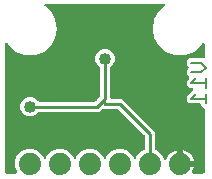
<source format=gbr>
G04 EAGLE Gerber RS-274X export*
G75*
%MOMM*%
%FSLAX34Y34*%
%LPD*%
%INBottom Copper*%
%IPPOS*%
%AMOC8*
5,1,8,0,0,1.08239X$1,22.5*%
G01*
%ADD10C,0.203200*%
%ADD11C,1.879600*%
%ADD12C,1.016000*%
%ADD13C,0.254000*%

G36*
X13549Y4325D02*
X13549Y4325D01*
X13599Y4323D01*
X13706Y4345D01*
X13815Y4359D01*
X13861Y4377D01*
X13910Y4387D01*
X14009Y4435D01*
X14111Y4476D01*
X14151Y4505D01*
X14196Y4527D01*
X14280Y4598D01*
X14368Y4662D01*
X14400Y4701D01*
X14438Y4733D01*
X14501Y4823D01*
X14571Y4907D01*
X14592Y4952D01*
X14621Y4993D01*
X14660Y5096D01*
X14707Y5195D01*
X14716Y5244D01*
X14734Y5290D01*
X14746Y5400D01*
X14767Y5507D01*
X14763Y5557D01*
X14769Y5606D01*
X14754Y5715D01*
X14747Y5825D01*
X14731Y5872D01*
X14725Y5921D01*
X14672Y6074D01*
X12953Y10224D01*
X12953Y15176D01*
X14848Y19750D01*
X18350Y23252D01*
X22924Y25147D01*
X27876Y25147D01*
X32450Y23252D01*
X35952Y19750D01*
X36927Y17395D01*
X36996Y17275D01*
X37061Y17152D01*
X37075Y17137D01*
X37085Y17119D01*
X37182Y17019D01*
X37275Y16916D01*
X37292Y16905D01*
X37306Y16891D01*
X37424Y16818D01*
X37541Y16742D01*
X37560Y16735D01*
X37577Y16724D01*
X37710Y16684D01*
X37842Y16638D01*
X37862Y16637D01*
X37881Y16631D01*
X38020Y16624D01*
X38159Y16613D01*
X38179Y16617D01*
X38199Y16616D01*
X38335Y16644D01*
X38472Y16668D01*
X38491Y16676D01*
X38510Y16680D01*
X38635Y16741D01*
X38762Y16798D01*
X38778Y16811D01*
X38796Y16820D01*
X38902Y16910D01*
X39010Y16997D01*
X39023Y17013D01*
X39038Y17026D01*
X39118Y17140D01*
X39202Y17251D01*
X39214Y17276D01*
X39221Y17286D01*
X39228Y17305D01*
X39273Y17395D01*
X40248Y19750D01*
X43750Y23252D01*
X48324Y25147D01*
X53276Y25147D01*
X57850Y23252D01*
X61352Y19750D01*
X62327Y17395D01*
X62396Y17275D01*
X62461Y17152D01*
X62475Y17137D01*
X62485Y17119D01*
X62582Y17019D01*
X62675Y16916D01*
X62692Y16905D01*
X62706Y16891D01*
X62824Y16818D01*
X62941Y16742D01*
X62960Y16735D01*
X62977Y16724D01*
X63110Y16684D01*
X63242Y16638D01*
X63262Y16637D01*
X63281Y16631D01*
X63420Y16624D01*
X63559Y16613D01*
X63579Y16617D01*
X63599Y16616D01*
X63735Y16644D01*
X63872Y16668D01*
X63891Y16676D01*
X63910Y16680D01*
X64035Y16741D01*
X64162Y16798D01*
X64178Y16811D01*
X64196Y16820D01*
X64302Y16910D01*
X64410Y16997D01*
X64423Y17013D01*
X64438Y17026D01*
X64518Y17140D01*
X64602Y17251D01*
X64614Y17276D01*
X64621Y17286D01*
X64628Y17305D01*
X64673Y17395D01*
X65648Y19750D01*
X69150Y23252D01*
X73724Y25147D01*
X78676Y25147D01*
X83250Y23252D01*
X86752Y19750D01*
X87727Y17395D01*
X87796Y17275D01*
X87861Y17152D01*
X87875Y17137D01*
X87885Y17119D01*
X87982Y17019D01*
X88075Y16916D01*
X88092Y16905D01*
X88106Y16891D01*
X88224Y16818D01*
X88341Y16742D01*
X88360Y16735D01*
X88377Y16724D01*
X88510Y16684D01*
X88642Y16638D01*
X88662Y16637D01*
X88681Y16631D01*
X88820Y16624D01*
X88959Y16613D01*
X88979Y16617D01*
X88999Y16616D01*
X89135Y16644D01*
X89272Y16668D01*
X89291Y16676D01*
X89310Y16680D01*
X89435Y16741D01*
X89562Y16798D01*
X89578Y16811D01*
X89596Y16820D01*
X89702Y16910D01*
X89810Y16997D01*
X89823Y17013D01*
X89838Y17026D01*
X89918Y17140D01*
X90002Y17251D01*
X90014Y17276D01*
X90021Y17286D01*
X90028Y17305D01*
X90073Y17395D01*
X91048Y19750D01*
X94550Y23252D01*
X99124Y25147D01*
X104076Y25147D01*
X108650Y23252D01*
X112152Y19750D01*
X113127Y17395D01*
X113196Y17275D01*
X113261Y17152D01*
X113275Y17137D01*
X113285Y17119D01*
X113382Y17019D01*
X113475Y16916D01*
X113492Y16905D01*
X113506Y16891D01*
X113624Y16818D01*
X113741Y16742D01*
X113760Y16735D01*
X113777Y16724D01*
X113910Y16684D01*
X114042Y16638D01*
X114062Y16637D01*
X114081Y16631D01*
X114220Y16624D01*
X114359Y16613D01*
X114379Y16617D01*
X114399Y16616D01*
X114535Y16644D01*
X114672Y16668D01*
X114691Y16676D01*
X114710Y16680D01*
X114835Y16741D01*
X114962Y16798D01*
X114978Y16811D01*
X114996Y16820D01*
X115102Y16910D01*
X115210Y16997D01*
X115223Y17013D01*
X115238Y17026D01*
X115318Y17140D01*
X115402Y17251D01*
X115414Y17276D01*
X115421Y17286D01*
X115428Y17305D01*
X115473Y17395D01*
X116448Y19750D01*
X119950Y23252D01*
X121898Y24059D01*
X121923Y24073D01*
X121951Y24083D01*
X122061Y24152D01*
X122174Y24216D01*
X122195Y24237D01*
X122220Y24253D01*
X122309Y24347D01*
X122402Y24438D01*
X122418Y24463D01*
X122438Y24484D01*
X122501Y24598D01*
X122569Y24709D01*
X122577Y24737D01*
X122592Y24763D01*
X122624Y24889D01*
X122662Y25013D01*
X122664Y25042D01*
X122671Y25071D01*
X122681Y25231D01*
X122681Y35785D01*
X122669Y35884D01*
X122666Y35983D01*
X122649Y36041D01*
X122641Y36101D01*
X122605Y36193D01*
X122577Y36288D01*
X122547Y36340D01*
X122524Y36397D01*
X122466Y36477D01*
X122416Y36562D01*
X122350Y36637D01*
X122338Y36654D01*
X122328Y36662D01*
X122310Y36683D01*
X100183Y58810D01*
X100105Y58870D01*
X100032Y58938D01*
X99979Y58967D01*
X99932Y59004D01*
X99841Y59044D01*
X99754Y59092D01*
X99695Y59107D01*
X99640Y59131D01*
X99542Y59146D01*
X99446Y59171D01*
X99346Y59177D01*
X99326Y59181D01*
X99313Y59179D01*
X99285Y59181D01*
X87405Y59181D01*
X87306Y59169D01*
X87207Y59166D01*
X87149Y59149D01*
X87089Y59141D01*
X86997Y59105D01*
X86902Y59077D01*
X86850Y59047D01*
X86793Y59024D01*
X86713Y58966D01*
X86628Y58916D01*
X86553Y58850D01*
X86536Y58838D01*
X86528Y58828D01*
X86507Y58810D01*
X84339Y56641D01*
X33103Y56641D01*
X33005Y56629D01*
X32906Y56626D01*
X32847Y56609D01*
X32787Y56601D01*
X32695Y56565D01*
X32600Y56537D01*
X32548Y56507D01*
X32492Y56484D01*
X32411Y56426D01*
X32326Y56376D01*
X32251Y56310D01*
X32234Y56298D01*
X32226Y56288D01*
X32205Y56270D01*
X30005Y54069D01*
X27017Y52831D01*
X23783Y52831D01*
X20795Y54069D01*
X18509Y56355D01*
X17271Y59343D01*
X17271Y62577D01*
X18509Y65565D01*
X20795Y67851D01*
X23783Y69089D01*
X27017Y69089D01*
X30005Y67851D01*
X32205Y65650D01*
X32284Y65590D01*
X32356Y65522D01*
X32409Y65493D01*
X32457Y65456D01*
X32548Y65416D01*
X32634Y65368D01*
X32693Y65353D01*
X32748Y65329D01*
X32846Y65314D01*
X32942Y65289D01*
X33042Y65283D01*
X33062Y65279D01*
X33075Y65281D01*
X33103Y65279D01*
X80235Y65279D01*
X80334Y65291D01*
X80433Y65294D01*
X80491Y65311D01*
X80551Y65319D01*
X80643Y65355D01*
X80738Y65383D01*
X80790Y65413D01*
X80847Y65436D01*
X80927Y65494D01*
X81012Y65544D01*
X81087Y65610D01*
X81104Y65622D01*
X81112Y65632D01*
X81133Y65650D01*
X82304Y66822D01*
X84210Y68727D01*
X84270Y68805D01*
X84338Y68878D01*
X84367Y68931D01*
X84404Y68978D01*
X84444Y69069D01*
X84492Y69156D01*
X84507Y69215D01*
X84531Y69270D01*
X84546Y69368D01*
X84571Y69464D01*
X84577Y69564D01*
X84581Y69584D01*
X84579Y69597D01*
X84581Y69625D01*
X84581Y93897D01*
X84569Y93995D01*
X84566Y94094D01*
X84549Y94153D01*
X84541Y94213D01*
X84505Y94305D01*
X84477Y94400D01*
X84447Y94452D01*
X84424Y94508D01*
X84366Y94588D01*
X84316Y94674D01*
X84250Y94749D01*
X84238Y94766D01*
X84228Y94774D01*
X84210Y94795D01*
X82009Y96995D01*
X80771Y99983D01*
X80771Y103217D01*
X82009Y106205D01*
X84295Y108491D01*
X87283Y109729D01*
X90517Y109729D01*
X93505Y108491D01*
X95791Y106205D01*
X97029Y103217D01*
X97029Y99983D01*
X95791Y96995D01*
X93590Y94795D01*
X93530Y94716D01*
X93462Y94644D01*
X93433Y94591D01*
X93396Y94543D01*
X93356Y94452D01*
X93308Y94366D01*
X93293Y94307D01*
X93269Y94252D01*
X93254Y94154D01*
X93229Y94058D01*
X93223Y93958D01*
X93219Y93937D01*
X93221Y93925D01*
X93219Y93897D01*
X93219Y69088D01*
X93234Y68970D01*
X93241Y68851D01*
X93254Y68813D01*
X93259Y68772D01*
X93302Y68662D01*
X93339Y68549D01*
X93361Y68514D01*
X93376Y68477D01*
X93445Y68381D01*
X93509Y68280D01*
X93539Y68252D01*
X93562Y68219D01*
X93654Y68143D01*
X93741Y68062D01*
X93776Y68042D01*
X93807Y68017D01*
X93915Y67966D01*
X94019Y67908D01*
X94059Y67898D01*
X94095Y67881D01*
X94212Y67859D01*
X94327Y67829D01*
X94387Y67825D01*
X94407Y67821D01*
X94428Y67823D01*
X94488Y67819D01*
X103389Y67819D01*
X131319Y39889D01*
X131319Y25231D01*
X131322Y25202D01*
X131320Y25173D01*
X131342Y25045D01*
X131359Y24916D01*
X131369Y24889D01*
X131374Y24859D01*
X131428Y24741D01*
X131476Y24620D01*
X131493Y24596D01*
X131505Y24569D01*
X131586Y24468D01*
X131662Y24363D01*
X131685Y24344D01*
X131704Y24321D01*
X131807Y24243D01*
X131907Y24160D01*
X131934Y24147D01*
X131958Y24130D01*
X132102Y24059D01*
X134050Y23252D01*
X137552Y19750D01*
X138805Y16725D01*
X138820Y16699D01*
X138829Y16670D01*
X138898Y16561D01*
X138963Y16448D01*
X138984Y16427D01*
X139000Y16402D01*
X139094Y16313D01*
X139184Y16220D01*
X139210Y16204D01*
X139231Y16184D01*
X139345Y16121D01*
X139455Y16054D01*
X139484Y16045D01*
X139510Y16031D01*
X139636Y15998D01*
X139759Y15960D01*
X139789Y15959D01*
X139818Y15951D01*
X139948Y15951D01*
X140077Y15945D01*
X140106Y15951D01*
X140136Y15951D01*
X140262Y15983D01*
X140388Y16009D01*
X140415Y16022D01*
X140444Y16030D01*
X140558Y16092D01*
X140674Y16149D01*
X140697Y16168D01*
X140723Y16183D01*
X140818Y16271D01*
X140916Y16355D01*
X140933Y16380D01*
X140955Y16400D01*
X141024Y16509D01*
X141099Y16615D01*
X141110Y16643D01*
X141126Y16669D01*
X141185Y16818D01*
X141336Y17283D01*
X142189Y18957D01*
X143294Y20478D01*
X144622Y21806D01*
X146143Y22911D01*
X147817Y23764D01*
X149604Y24345D01*
X149861Y24385D01*
X149861Y13970D01*
X149876Y13852D01*
X149883Y13733D01*
X149896Y13695D01*
X149901Y13655D01*
X149944Y13544D01*
X149981Y13431D01*
X150003Y13397D01*
X150018Y13359D01*
X150088Y13263D01*
X150151Y13162D01*
X150181Y13134D01*
X150204Y13102D01*
X150296Y13026D01*
X150383Y12944D01*
X150418Y12925D01*
X150449Y12899D01*
X150557Y12848D01*
X150661Y12791D01*
X150701Y12780D01*
X150737Y12763D01*
X150854Y12741D01*
X150969Y12711D01*
X151030Y12707D01*
X151050Y12703D01*
X151070Y12705D01*
X151130Y12701D01*
X152401Y12701D01*
X152401Y11430D01*
X152416Y11312D01*
X152423Y11193D01*
X152436Y11155D01*
X152441Y11114D01*
X152485Y11004D01*
X152521Y10891D01*
X152543Y10856D01*
X152558Y10819D01*
X152628Y10723D01*
X152691Y10622D01*
X152721Y10594D01*
X152745Y10561D01*
X152836Y10486D01*
X152923Y10404D01*
X152958Y10384D01*
X152990Y10359D01*
X153097Y10308D01*
X153202Y10250D01*
X153241Y10240D01*
X153277Y10223D01*
X153394Y10201D01*
X153509Y10171D01*
X153570Y10167D01*
X153590Y10163D01*
X153610Y10165D01*
X153670Y10161D01*
X164085Y10161D01*
X164045Y9904D01*
X163464Y8117D01*
X162611Y6443D01*
X162532Y6334D01*
X162513Y6299D01*
X162487Y6269D01*
X162436Y6160D01*
X162379Y6056D01*
X162369Y6017D01*
X162352Y5981D01*
X162329Y5864D01*
X162300Y5747D01*
X162300Y5708D01*
X162292Y5668D01*
X162300Y5549D01*
X162299Y5429D01*
X162309Y5391D01*
X162312Y5351D01*
X162349Y5237D01*
X162378Y5121D01*
X162398Y5086D01*
X162410Y5049D01*
X162474Y4948D01*
X162531Y4843D01*
X162559Y4814D01*
X162580Y4780D01*
X162667Y4698D01*
X162749Y4611D01*
X162783Y4589D01*
X162812Y4562D01*
X162916Y4504D01*
X163017Y4440D01*
X163055Y4428D01*
X163090Y4408D01*
X163206Y4379D01*
X163320Y4341D01*
X163360Y4339D01*
X163398Y4329D01*
X163559Y4319D01*
X172212Y4319D01*
X172330Y4334D01*
X172449Y4341D01*
X172487Y4354D01*
X172528Y4359D01*
X172638Y4402D01*
X172751Y4439D01*
X172786Y4461D01*
X172823Y4476D01*
X172919Y4545D01*
X173020Y4609D01*
X173048Y4639D01*
X173081Y4662D01*
X173157Y4754D01*
X173238Y4841D01*
X173258Y4876D01*
X173283Y4907D01*
X173334Y5015D01*
X173392Y5119D01*
X173402Y5159D01*
X173419Y5195D01*
X173441Y5312D01*
X173471Y5427D01*
X173475Y5487D01*
X173479Y5507D01*
X173477Y5528D01*
X173481Y5588D01*
X173481Y58381D01*
X173466Y58499D01*
X173459Y58617D01*
X173446Y58656D01*
X173441Y58696D01*
X173398Y58807D01*
X173361Y58920D01*
X173339Y58954D01*
X173324Y58992D01*
X173255Y59088D01*
X173191Y59189D01*
X173161Y59216D01*
X173138Y59249D01*
X173046Y59325D01*
X172959Y59407D01*
X172924Y59426D01*
X172893Y59452D01*
X172785Y59503D01*
X172681Y59560D01*
X172641Y59570D01*
X172639Y59572D01*
X170179Y62031D01*
X170179Y62448D01*
X170164Y62566D01*
X170157Y62685D01*
X170144Y62723D01*
X170139Y62764D01*
X170096Y62874D01*
X170059Y62987D01*
X170037Y63022D01*
X170022Y63059D01*
X169953Y63156D01*
X169889Y63256D01*
X169859Y63284D01*
X169836Y63317D01*
X169744Y63393D01*
X169657Y63474D01*
X169622Y63494D01*
X169591Y63519D01*
X169483Y63570D01*
X169379Y63628D01*
X169339Y63638D01*
X169303Y63655D01*
X169186Y63677D01*
X169071Y63707D01*
X169011Y63711D01*
X168991Y63715D01*
X168970Y63713D01*
X168910Y63717D01*
X160358Y63717D01*
X157977Y66098D01*
X157977Y69466D01*
X160730Y72219D01*
X163159Y74648D01*
X163244Y74758D01*
X163333Y74865D01*
X163341Y74883D01*
X163354Y74899D01*
X163409Y75027D01*
X163468Y75152D01*
X163472Y75172D01*
X163480Y75191D01*
X163502Y75329D01*
X163528Y75465D01*
X163527Y75485D01*
X163530Y75505D01*
X163517Y75644D01*
X163508Y75782D01*
X163502Y75801D01*
X163500Y75822D01*
X163453Y75953D01*
X163410Y76085D01*
X163400Y76102D01*
X163393Y76121D01*
X163315Y76236D01*
X163240Y76353D01*
X163225Y76367D01*
X163214Y76384D01*
X163110Y76476D01*
X163009Y76571D01*
X162991Y76581D01*
X162976Y76595D01*
X162852Y76658D01*
X162730Y76725D01*
X162711Y76730D01*
X162692Y76739D01*
X162557Y76770D01*
X162422Y76804D01*
X162394Y76806D01*
X162382Y76809D01*
X162362Y76808D01*
X162261Y76815D01*
X160358Y76815D01*
X157977Y79196D01*
X157977Y82563D01*
X159911Y84497D01*
X159984Y84591D01*
X160062Y84680D01*
X160081Y84716D01*
X160106Y84748D01*
X160153Y84857D01*
X160207Y84963D01*
X160216Y85003D01*
X160232Y85040D01*
X160251Y85158D01*
X160277Y85274D01*
X160275Y85314D01*
X160282Y85354D01*
X160271Y85473D01*
X160267Y85591D01*
X160256Y85630D01*
X160252Y85671D01*
X160212Y85783D01*
X160179Y85897D01*
X160158Y85932D01*
X160144Y85970D01*
X160077Y86068D01*
X160017Y86171D01*
X159977Y86216D01*
X159966Y86233D01*
X159950Y86246D01*
X159911Y86292D01*
X157977Y88225D01*
X157977Y91593D01*
X159463Y93079D01*
X159536Y93173D01*
X159615Y93262D01*
X159633Y93298D01*
X159658Y93330D01*
X159705Y93440D01*
X159760Y93546D01*
X159768Y93585D01*
X159784Y93622D01*
X159803Y93740D01*
X159829Y93856D01*
X159828Y93896D01*
X159834Y93936D01*
X159823Y94055D01*
X159820Y94174D01*
X159808Y94213D01*
X159804Y94253D01*
X159764Y94365D01*
X159731Y94479D01*
X159711Y94514D01*
X159697Y94552D01*
X159630Y94651D01*
X159570Y94753D01*
X159530Y94798D01*
X159518Y94815D01*
X159503Y94829D01*
X159463Y94874D01*
X157977Y96360D01*
X157977Y99728D01*
X160358Y102109D01*
X172212Y102109D01*
X172330Y102124D01*
X172449Y102131D01*
X172487Y102144D01*
X172528Y102149D01*
X172638Y102192D01*
X172751Y102229D01*
X172786Y102251D01*
X172823Y102266D01*
X172919Y102335D01*
X173020Y102399D01*
X173048Y102429D01*
X173081Y102452D01*
X173157Y102544D01*
X173238Y102631D01*
X173258Y102666D01*
X173283Y102697D01*
X173334Y102805D01*
X173392Y102909D01*
X173402Y102949D01*
X173419Y102985D01*
X173441Y103102D01*
X173471Y103217D01*
X173475Y103277D01*
X173479Y103297D01*
X173477Y103318D01*
X173481Y103378D01*
X173481Y113563D01*
X173463Y113708D01*
X173448Y113853D01*
X173443Y113866D01*
X173441Y113879D01*
X173388Y114014D01*
X173337Y114151D01*
X173329Y114162D01*
X173324Y114175D01*
X173239Y114292D01*
X173156Y114412D01*
X173145Y114421D01*
X173138Y114432D01*
X173026Y114525D01*
X172915Y114620D01*
X172903Y114626D01*
X172893Y114635D01*
X172761Y114697D01*
X172630Y114762D01*
X172617Y114765D01*
X172605Y114770D01*
X172463Y114798D01*
X172319Y114828D01*
X172306Y114828D01*
X172293Y114830D01*
X172148Y114821D01*
X172002Y114815D01*
X171988Y114811D01*
X171975Y114810D01*
X171837Y114766D01*
X171697Y114724D01*
X171685Y114717D01*
X171673Y114712D01*
X171550Y114635D01*
X171425Y114559D01*
X171415Y114549D01*
X171404Y114542D01*
X171304Y114436D01*
X171202Y114332D01*
X171192Y114317D01*
X171186Y114311D01*
X171178Y114296D01*
X171113Y114198D01*
X169985Y112245D01*
X163878Y107120D01*
X156386Y104393D01*
X148414Y104393D01*
X140922Y107120D01*
X134815Y112244D01*
X130829Y119149D01*
X129445Y127000D01*
X130829Y134851D01*
X134815Y141755D01*
X139682Y145840D01*
X139706Y145866D01*
X139735Y145886D01*
X139814Y145982D01*
X139899Y146073D01*
X139915Y146104D01*
X139938Y146131D01*
X139991Y146244D01*
X140050Y146353D01*
X140058Y146387D01*
X140074Y146419D01*
X140097Y146541D01*
X140127Y146661D01*
X140127Y146697D01*
X140133Y146732D01*
X140126Y146855D01*
X140125Y146979D01*
X140116Y147014D01*
X140114Y147049D01*
X140075Y147167D01*
X140044Y147287D01*
X140026Y147318D01*
X140016Y147351D01*
X139949Y147456D01*
X139889Y147565D01*
X139864Y147590D01*
X139845Y147620D01*
X139755Y147705D01*
X139670Y147795D01*
X139640Y147814D01*
X139614Y147838D01*
X139505Y147898D01*
X139400Y147964D01*
X139366Y147975D01*
X139335Y147992D01*
X139215Y148023D01*
X139097Y148060D01*
X139062Y148062D01*
X139027Y148071D01*
X138867Y148081D01*
X38933Y148081D01*
X38898Y148077D01*
X38863Y148079D01*
X38741Y148057D01*
X38618Y148041D01*
X38585Y148028D01*
X38550Y148022D01*
X38437Y147970D01*
X38322Y147924D01*
X38294Y147904D01*
X38261Y147889D01*
X38165Y147810D01*
X38065Y147738D01*
X38042Y147710D01*
X38015Y147688D01*
X37941Y147588D01*
X37862Y147493D01*
X37847Y147461D01*
X37826Y147432D01*
X37779Y147317D01*
X37726Y147205D01*
X37720Y147170D01*
X37707Y147137D01*
X37690Y147014D01*
X37667Y146893D01*
X37669Y146857D01*
X37664Y146822D01*
X37679Y146699D01*
X37686Y146575D01*
X37697Y146541D01*
X37702Y146506D01*
X37746Y146391D01*
X37784Y146273D01*
X37803Y146243D01*
X37816Y146210D01*
X37888Y146109D01*
X37955Y146004D01*
X37980Y145980D01*
X38001Y145951D01*
X38118Y145840D01*
X42985Y141756D01*
X46971Y134851D01*
X48355Y127000D01*
X46971Y119149D01*
X42985Y112245D01*
X36878Y107120D01*
X29386Y104393D01*
X21414Y104393D01*
X13922Y107120D01*
X7815Y112244D01*
X6687Y114198D01*
X6599Y114314D01*
X6514Y114432D01*
X6503Y114441D01*
X6495Y114451D01*
X6381Y114542D01*
X6269Y114635D01*
X6256Y114641D01*
X6246Y114649D01*
X6112Y114709D01*
X5981Y114770D01*
X5968Y114773D01*
X5955Y114778D01*
X5811Y114803D01*
X5668Y114830D01*
X5655Y114829D01*
X5642Y114832D01*
X5496Y114819D01*
X5351Y114810D01*
X5338Y114806D01*
X5325Y114805D01*
X5187Y114757D01*
X5049Y114712D01*
X5037Y114705D01*
X5024Y114701D01*
X4903Y114620D01*
X4780Y114542D01*
X4771Y114532D01*
X4759Y114525D01*
X4662Y114417D01*
X4562Y114311D01*
X4555Y114299D01*
X4546Y114289D01*
X4479Y114160D01*
X4408Y114032D01*
X4405Y114019D01*
X4399Y114007D01*
X4365Y113865D01*
X4329Y113724D01*
X4328Y113706D01*
X4326Y113698D01*
X4326Y113680D01*
X4319Y113563D01*
X4319Y5588D01*
X4334Y5470D01*
X4341Y5351D01*
X4354Y5313D01*
X4359Y5272D01*
X4402Y5162D01*
X4439Y5049D01*
X4461Y5014D01*
X4476Y4977D01*
X4545Y4881D01*
X4609Y4780D01*
X4639Y4752D01*
X4662Y4719D01*
X4754Y4643D01*
X4841Y4562D01*
X4876Y4542D01*
X4907Y4517D01*
X5015Y4466D01*
X5119Y4408D01*
X5159Y4398D01*
X5195Y4381D01*
X5312Y4359D01*
X5427Y4329D01*
X5487Y4325D01*
X5507Y4321D01*
X5528Y4323D01*
X5588Y4319D01*
X13500Y4319D01*
X13549Y4325D01*
G37*
%LPC*%
G36*
X154939Y15239D02*
X154939Y15239D01*
X154939Y24385D01*
X155196Y24345D01*
X156983Y23764D01*
X158657Y22911D01*
X160178Y21806D01*
X161506Y20478D01*
X162611Y18957D01*
X163464Y17283D01*
X164045Y15496D01*
X164085Y15239D01*
X154939Y15239D01*
G37*
%LPD*%
D10*
X162042Y98044D02*
X170177Y98044D01*
X174244Y93977D01*
X170177Y89909D01*
X162042Y89909D01*
X166109Y84947D02*
X162042Y80879D01*
X174244Y80879D01*
X174244Y76812D02*
X174244Y84947D01*
X166109Y71850D02*
X162042Y67782D01*
X174244Y67782D01*
X174244Y63715D02*
X174244Y71850D01*
D11*
X25400Y12700D03*
X50800Y12700D03*
X76200Y12700D03*
X101600Y12700D03*
X127000Y12700D03*
X152400Y12700D03*
D12*
X25400Y60960D03*
D13*
X82550Y60960D01*
X86995Y65405D01*
X88900Y67310D01*
X88900Y101600D01*
D12*
X88900Y101600D03*
D13*
X127000Y38100D02*
X127000Y12700D01*
X127000Y38100D02*
X101600Y63500D01*
X88900Y63500D01*
X86995Y65405D01*
M02*

</source>
